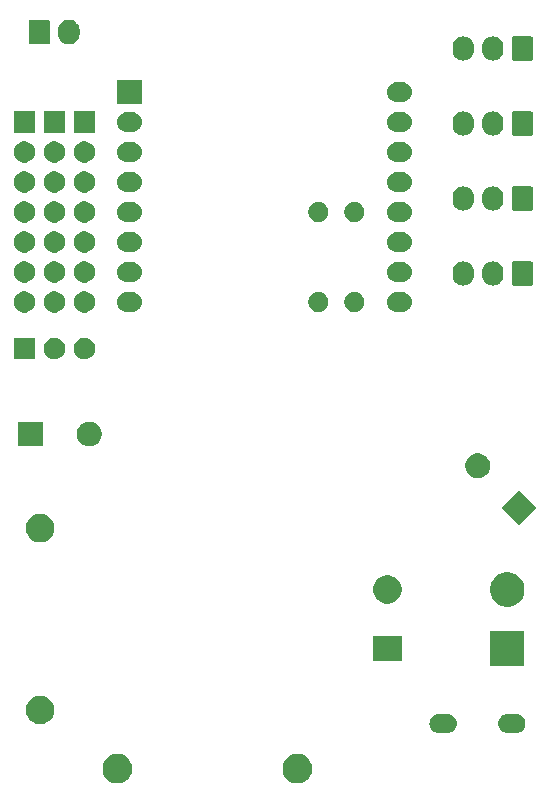
<source format=gbs>
G04 #@! TF.GenerationSoftware,KiCad,Pcbnew,5.1.5+dfsg1-2build2*
G04 #@! TF.CreationDate,2020-05-08T13:19:40+02:00*
G04 #@! TF.ProjectId,powered multisensor,706f7765-7265-4642-906d-756c74697365,rev?*
G04 #@! TF.SameCoordinates,Original*
G04 #@! TF.FileFunction,Soldermask,Bot*
G04 #@! TF.FilePolarity,Negative*
%FSLAX46Y46*%
G04 Gerber Fmt 4.6, Leading zero omitted, Abs format (unit mm)*
G04 Created by KiCad (PCBNEW 5.1.5+dfsg1-2build2) date 2020-05-08 13:19:40*
%MOMM*%
%LPD*%
G04 APERTURE LIST*
%ADD10C,0.100000*%
G04 APERTURE END LIST*
D10*
G36*
X79104903Y-87697075D02*
G01*
X79332571Y-87791378D01*
X79537466Y-87928285D01*
X79711715Y-88102534D01*
X79848622Y-88307429D01*
X79942925Y-88535097D01*
X79991000Y-88776787D01*
X79991000Y-89023213D01*
X79942925Y-89264903D01*
X79848622Y-89492571D01*
X79711715Y-89697466D01*
X79537466Y-89871715D01*
X79332571Y-90008622D01*
X79332570Y-90008623D01*
X79332569Y-90008623D01*
X79104903Y-90102925D01*
X78863214Y-90151000D01*
X78616786Y-90151000D01*
X78375097Y-90102925D01*
X78147431Y-90008623D01*
X78147430Y-90008623D01*
X78147429Y-90008622D01*
X77942534Y-89871715D01*
X77768285Y-89697466D01*
X77631378Y-89492571D01*
X77537075Y-89264903D01*
X77489000Y-89023213D01*
X77489000Y-88776787D01*
X77537075Y-88535097D01*
X77631378Y-88307429D01*
X77768285Y-88102534D01*
X77942534Y-87928285D01*
X78147429Y-87791378D01*
X78375097Y-87697075D01*
X78616786Y-87649000D01*
X78863214Y-87649000D01*
X79104903Y-87697075D01*
G37*
G36*
X63864903Y-87697075D02*
G01*
X64092571Y-87791378D01*
X64297466Y-87928285D01*
X64471715Y-88102534D01*
X64608622Y-88307429D01*
X64702925Y-88535097D01*
X64751000Y-88776787D01*
X64751000Y-89023213D01*
X64702925Y-89264903D01*
X64608622Y-89492571D01*
X64471715Y-89697466D01*
X64297466Y-89871715D01*
X64092571Y-90008622D01*
X64092570Y-90008623D01*
X64092569Y-90008623D01*
X63864903Y-90102925D01*
X63623214Y-90151000D01*
X63376786Y-90151000D01*
X63135097Y-90102925D01*
X62907431Y-90008623D01*
X62907430Y-90008623D01*
X62907429Y-90008622D01*
X62702534Y-89871715D01*
X62528285Y-89697466D01*
X62391378Y-89492571D01*
X62297075Y-89264903D01*
X62249000Y-89023213D01*
X62249000Y-88776787D01*
X62297075Y-88535097D01*
X62391378Y-88307429D01*
X62528285Y-88102534D01*
X62702534Y-87928285D01*
X62907429Y-87791378D01*
X63135097Y-87697075D01*
X63376786Y-87649000D01*
X63623214Y-87649000D01*
X63864903Y-87697075D01*
G37*
G36*
X91497747Y-84280921D02*
G01*
X91577376Y-84288764D01*
X91730627Y-84335252D01*
X91730630Y-84335253D01*
X91871863Y-84410744D01*
X91995659Y-84512341D01*
X92097256Y-84636137D01*
X92172747Y-84777370D01*
X92172748Y-84777373D01*
X92219236Y-84930624D01*
X92234933Y-85090000D01*
X92219236Y-85249376D01*
X92172748Y-85402627D01*
X92172747Y-85402630D01*
X92097256Y-85543863D01*
X91995659Y-85667659D01*
X91871863Y-85769256D01*
X91730630Y-85844747D01*
X91730627Y-85844748D01*
X91577376Y-85891236D01*
X91497747Y-85899079D01*
X91457934Y-85903000D01*
X90702066Y-85903000D01*
X90662253Y-85899079D01*
X90582624Y-85891236D01*
X90429373Y-85844748D01*
X90429370Y-85844747D01*
X90288137Y-85769256D01*
X90164341Y-85667659D01*
X90062744Y-85543863D01*
X89987253Y-85402630D01*
X89987252Y-85402627D01*
X89940764Y-85249376D01*
X89925067Y-85090000D01*
X89940764Y-84930624D01*
X89987252Y-84777373D01*
X89987253Y-84777370D01*
X90062744Y-84636137D01*
X90164341Y-84512341D01*
X90288137Y-84410744D01*
X90429370Y-84335253D01*
X90429373Y-84335252D01*
X90582624Y-84288764D01*
X90662253Y-84280921D01*
X90702066Y-84277000D01*
X91457934Y-84277000D01*
X91497747Y-84280921D01*
G37*
G36*
X97317747Y-84280921D02*
G01*
X97397376Y-84288764D01*
X97550627Y-84335252D01*
X97550630Y-84335253D01*
X97691863Y-84410744D01*
X97815659Y-84512341D01*
X97917256Y-84636137D01*
X97992747Y-84777370D01*
X97992748Y-84777373D01*
X98039236Y-84930624D01*
X98054933Y-85090000D01*
X98039236Y-85249376D01*
X97992748Y-85402627D01*
X97992747Y-85402630D01*
X97917256Y-85543863D01*
X97815659Y-85667659D01*
X97691863Y-85769256D01*
X97550630Y-85844747D01*
X97550627Y-85844748D01*
X97397376Y-85891236D01*
X97317747Y-85899079D01*
X97277934Y-85903000D01*
X96522066Y-85903000D01*
X96482253Y-85899079D01*
X96402624Y-85891236D01*
X96249373Y-85844748D01*
X96249370Y-85844747D01*
X96108137Y-85769256D01*
X95984341Y-85667659D01*
X95882744Y-85543863D01*
X95807253Y-85402630D01*
X95807252Y-85402627D01*
X95760764Y-85249376D01*
X95745067Y-85090000D01*
X95760764Y-84930624D01*
X95807252Y-84777373D01*
X95807253Y-84777370D01*
X95882744Y-84636137D01*
X95984341Y-84512341D01*
X96108137Y-84410744D01*
X96249370Y-84335253D01*
X96249373Y-84335252D01*
X96402624Y-84288764D01*
X96482253Y-84280921D01*
X96522066Y-84277000D01*
X97277934Y-84277000D01*
X97317747Y-84280921D01*
G37*
G36*
X57310318Y-82785153D02*
G01*
X57528885Y-82875687D01*
X57528887Y-82875688D01*
X57725593Y-83007122D01*
X57892878Y-83174407D01*
X58024312Y-83371113D01*
X58024313Y-83371115D01*
X58114847Y-83589682D01*
X58161000Y-83821710D01*
X58161000Y-84058290D01*
X58114847Y-84290318D01*
X58064964Y-84410745D01*
X58024312Y-84508887D01*
X57892878Y-84705593D01*
X57725593Y-84872878D01*
X57528887Y-85004312D01*
X57528886Y-85004313D01*
X57528885Y-85004313D01*
X57310318Y-85094847D01*
X57078290Y-85141000D01*
X56841710Y-85141000D01*
X56609682Y-85094847D01*
X56391115Y-85004313D01*
X56391114Y-85004313D01*
X56391113Y-85004312D01*
X56194407Y-84872878D01*
X56027122Y-84705593D01*
X55895688Y-84508887D01*
X55855036Y-84410745D01*
X55805153Y-84290318D01*
X55759000Y-84058290D01*
X55759000Y-83821710D01*
X55805153Y-83589682D01*
X55895687Y-83371115D01*
X55895688Y-83371113D01*
X56027122Y-83174407D01*
X56194407Y-83007122D01*
X56391113Y-82875688D01*
X56391115Y-82875687D01*
X56609682Y-82785153D01*
X56841710Y-82739000D01*
X57078290Y-82739000D01*
X57310318Y-82785153D01*
G37*
G36*
X97971000Y-80191000D02*
G01*
X95069000Y-80191000D01*
X95069000Y-77289000D01*
X97971000Y-77289000D01*
X97971000Y-80191000D01*
G37*
G36*
X87561000Y-79791000D02*
G01*
X85159000Y-79791000D01*
X85159000Y-77689000D01*
X87561000Y-77689000D01*
X87561000Y-79791000D01*
G37*
G36*
X96943241Y-72344760D02*
G01*
X97207305Y-72454139D01*
X97444958Y-72612934D01*
X97647066Y-72815042D01*
X97805861Y-73052695D01*
X97915240Y-73316759D01*
X97971000Y-73597088D01*
X97971000Y-73882912D01*
X97915240Y-74163241D01*
X97805861Y-74427305D01*
X97647066Y-74664958D01*
X97444958Y-74867066D01*
X97207305Y-75025861D01*
X96943241Y-75135240D01*
X96662912Y-75191000D01*
X96377088Y-75191000D01*
X96096759Y-75135240D01*
X95832695Y-75025861D01*
X95595042Y-74867066D01*
X95392934Y-74664958D01*
X95234139Y-74427305D01*
X95124760Y-74163241D01*
X95069000Y-73882912D01*
X95069000Y-73597088D01*
X95124760Y-73316759D01*
X95234139Y-73052695D01*
X95392934Y-72815042D01*
X95595042Y-72612934D01*
X95832695Y-72454139D01*
X96096759Y-72344760D01*
X96377088Y-72289000D01*
X96662912Y-72289000D01*
X96943241Y-72344760D01*
G37*
G36*
X86710318Y-72585153D02*
G01*
X86928885Y-72675687D01*
X86928887Y-72675688D01*
X87125593Y-72807122D01*
X87292878Y-72974407D01*
X87345187Y-73052694D01*
X87424313Y-73171115D01*
X87514847Y-73389682D01*
X87561000Y-73621710D01*
X87561000Y-73858290D01*
X87514847Y-74090318D01*
X87484641Y-74163241D01*
X87424312Y-74308887D01*
X87292878Y-74505593D01*
X87125593Y-74672878D01*
X86928887Y-74804312D01*
X86928886Y-74804313D01*
X86928885Y-74804313D01*
X86710318Y-74894847D01*
X86478290Y-74941000D01*
X86241710Y-74941000D01*
X86009682Y-74894847D01*
X85791115Y-74804313D01*
X85791114Y-74804313D01*
X85791113Y-74804312D01*
X85594407Y-74672878D01*
X85427122Y-74505593D01*
X85295688Y-74308887D01*
X85235359Y-74163241D01*
X85205153Y-74090318D01*
X85159000Y-73858290D01*
X85159000Y-73621710D01*
X85205153Y-73389682D01*
X85295687Y-73171115D01*
X85374813Y-73052694D01*
X85427122Y-72974407D01*
X85594407Y-72807122D01*
X85791113Y-72675688D01*
X85791115Y-72675687D01*
X86009682Y-72585153D01*
X86241710Y-72539000D01*
X86478290Y-72539000D01*
X86710318Y-72585153D01*
G37*
G36*
X57310318Y-67385153D02*
G01*
X57528885Y-67475687D01*
X57528887Y-67475688D01*
X57725593Y-67607122D01*
X57892878Y-67774407D01*
X58024312Y-67971113D01*
X58024313Y-67971115D01*
X58114847Y-68189682D01*
X58161000Y-68421710D01*
X58161000Y-68658290D01*
X58114847Y-68890318D01*
X58024313Y-69108885D01*
X58024312Y-69108887D01*
X57892878Y-69305593D01*
X57725593Y-69472878D01*
X57528887Y-69604312D01*
X57528886Y-69604313D01*
X57528885Y-69604313D01*
X57310318Y-69694847D01*
X57078290Y-69741000D01*
X56841710Y-69741000D01*
X56609682Y-69694847D01*
X56391115Y-69604313D01*
X56391114Y-69604313D01*
X56391113Y-69604312D01*
X56194407Y-69472878D01*
X56027122Y-69305593D01*
X55895688Y-69108887D01*
X55895687Y-69108885D01*
X55805153Y-68890318D01*
X55759000Y-68658290D01*
X55759000Y-68421710D01*
X55805153Y-68189682D01*
X55895687Y-67971115D01*
X55895688Y-67971113D01*
X56027122Y-67774407D01*
X56194407Y-67607122D01*
X56391113Y-67475688D01*
X56391115Y-67475687D01*
X56609682Y-67385153D01*
X56841710Y-67339000D01*
X57078290Y-67339000D01*
X57310318Y-67385153D01*
G37*
G36*
X99022338Y-66802000D02*
G01*
X97536000Y-68288338D01*
X96049662Y-66802000D01*
X97536000Y-65315662D01*
X99022338Y-66802000D01*
G37*
G36*
X94307030Y-62255855D02*
G01*
X94498299Y-62335081D01*
X94498301Y-62335082D01*
X94670439Y-62450101D01*
X94816831Y-62596493D01*
X94931851Y-62768633D01*
X95011077Y-62959902D01*
X95051466Y-63162950D01*
X95051466Y-63369982D01*
X95011077Y-63573030D01*
X94931851Y-63764299D01*
X94931850Y-63764301D01*
X94816831Y-63936439D01*
X94670439Y-64082831D01*
X94498301Y-64197850D01*
X94498300Y-64197851D01*
X94498299Y-64197851D01*
X94307030Y-64277077D01*
X94103982Y-64317466D01*
X93896950Y-64317466D01*
X93693902Y-64277077D01*
X93502633Y-64197851D01*
X93502632Y-64197851D01*
X93502631Y-64197850D01*
X93330493Y-64082831D01*
X93184101Y-63936439D01*
X93069082Y-63764301D01*
X93069081Y-63764299D01*
X92989855Y-63573030D01*
X92949466Y-63369982D01*
X92949466Y-63162950D01*
X92989855Y-62959902D01*
X93069081Y-62768633D01*
X93184101Y-62596493D01*
X93330493Y-62450101D01*
X93502631Y-62335082D01*
X93502633Y-62335081D01*
X93693902Y-62255855D01*
X93896950Y-62215466D01*
X94103982Y-62215466D01*
X94307030Y-62255855D01*
G37*
G36*
X57185000Y-61630000D02*
G01*
X55083000Y-61630000D01*
X55083000Y-59528000D01*
X57185000Y-59528000D01*
X57185000Y-61630000D01*
G37*
G36*
X61440564Y-59568389D02*
G01*
X61631833Y-59647615D01*
X61631835Y-59647616D01*
X61803973Y-59762635D01*
X61950365Y-59909027D01*
X62065385Y-60081167D01*
X62144611Y-60272436D01*
X62185000Y-60475484D01*
X62185000Y-60682516D01*
X62144611Y-60885564D01*
X62065385Y-61076833D01*
X62065384Y-61076835D01*
X61950365Y-61248973D01*
X61803973Y-61395365D01*
X61631835Y-61510384D01*
X61631834Y-61510385D01*
X61631833Y-61510385D01*
X61440564Y-61589611D01*
X61237516Y-61630000D01*
X61030484Y-61630000D01*
X60827436Y-61589611D01*
X60636167Y-61510385D01*
X60636166Y-61510385D01*
X60636165Y-61510384D01*
X60464027Y-61395365D01*
X60317635Y-61248973D01*
X60202616Y-61076835D01*
X60202615Y-61076833D01*
X60123389Y-60885564D01*
X60083000Y-60682516D01*
X60083000Y-60475484D01*
X60123389Y-60272436D01*
X60202615Y-60081167D01*
X60317635Y-59909027D01*
X60464027Y-59762635D01*
X60636165Y-59647616D01*
X60636167Y-59647615D01*
X60827436Y-59568389D01*
X61030484Y-59528000D01*
X61237516Y-59528000D01*
X61440564Y-59568389D01*
G37*
G36*
X60819512Y-52443927D02*
G01*
X60968812Y-52473624D01*
X61132784Y-52541544D01*
X61280354Y-52640147D01*
X61405853Y-52765646D01*
X61504456Y-52913216D01*
X61572376Y-53077188D01*
X61607000Y-53251259D01*
X61607000Y-53428741D01*
X61572376Y-53602812D01*
X61504456Y-53766784D01*
X61405853Y-53914354D01*
X61280354Y-54039853D01*
X61132784Y-54138456D01*
X60968812Y-54206376D01*
X60819512Y-54236073D01*
X60794742Y-54241000D01*
X60617258Y-54241000D01*
X60592488Y-54236073D01*
X60443188Y-54206376D01*
X60279216Y-54138456D01*
X60131646Y-54039853D01*
X60006147Y-53914354D01*
X59907544Y-53766784D01*
X59839624Y-53602812D01*
X59805000Y-53428741D01*
X59805000Y-53251259D01*
X59839624Y-53077188D01*
X59907544Y-52913216D01*
X60006147Y-52765646D01*
X60131646Y-52640147D01*
X60279216Y-52541544D01*
X60443188Y-52473624D01*
X60592488Y-52443927D01*
X60617258Y-52439000D01*
X60794742Y-52439000D01*
X60819512Y-52443927D01*
G37*
G36*
X58279512Y-52443927D02*
G01*
X58428812Y-52473624D01*
X58592784Y-52541544D01*
X58740354Y-52640147D01*
X58865853Y-52765646D01*
X58964456Y-52913216D01*
X59032376Y-53077188D01*
X59067000Y-53251259D01*
X59067000Y-53428741D01*
X59032376Y-53602812D01*
X58964456Y-53766784D01*
X58865853Y-53914354D01*
X58740354Y-54039853D01*
X58592784Y-54138456D01*
X58428812Y-54206376D01*
X58279512Y-54236073D01*
X58254742Y-54241000D01*
X58077258Y-54241000D01*
X58052488Y-54236073D01*
X57903188Y-54206376D01*
X57739216Y-54138456D01*
X57591646Y-54039853D01*
X57466147Y-53914354D01*
X57367544Y-53766784D01*
X57299624Y-53602812D01*
X57265000Y-53428741D01*
X57265000Y-53251259D01*
X57299624Y-53077188D01*
X57367544Y-52913216D01*
X57466147Y-52765646D01*
X57591646Y-52640147D01*
X57739216Y-52541544D01*
X57903188Y-52473624D01*
X58052488Y-52443927D01*
X58077258Y-52439000D01*
X58254742Y-52439000D01*
X58279512Y-52443927D01*
G37*
G36*
X56527000Y-54241000D02*
G01*
X54725000Y-54241000D01*
X54725000Y-52439000D01*
X56527000Y-52439000D01*
X56527000Y-54241000D01*
G37*
G36*
X55739512Y-48506927D02*
G01*
X55888812Y-48536624D01*
X56052784Y-48604544D01*
X56200354Y-48703147D01*
X56325853Y-48828646D01*
X56424456Y-48976216D01*
X56492376Y-49140188D01*
X56527000Y-49314259D01*
X56527000Y-49491741D01*
X56492376Y-49665812D01*
X56424456Y-49829784D01*
X56325853Y-49977354D01*
X56200354Y-50102853D01*
X56052784Y-50201456D01*
X55888812Y-50269376D01*
X55739512Y-50299073D01*
X55714742Y-50304000D01*
X55537258Y-50304000D01*
X55512488Y-50299073D01*
X55363188Y-50269376D01*
X55199216Y-50201456D01*
X55051646Y-50102853D01*
X54926147Y-49977354D01*
X54827544Y-49829784D01*
X54759624Y-49665812D01*
X54725000Y-49491741D01*
X54725000Y-49314259D01*
X54759624Y-49140188D01*
X54827544Y-48976216D01*
X54926147Y-48828646D01*
X55051646Y-48703147D01*
X55199216Y-48604544D01*
X55363188Y-48536624D01*
X55512488Y-48506927D01*
X55537258Y-48502000D01*
X55714742Y-48502000D01*
X55739512Y-48506927D01*
G37*
G36*
X60819512Y-48506927D02*
G01*
X60968812Y-48536624D01*
X61132784Y-48604544D01*
X61280354Y-48703147D01*
X61405853Y-48828646D01*
X61504456Y-48976216D01*
X61572376Y-49140188D01*
X61607000Y-49314259D01*
X61607000Y-49491741D01*
X61572376Y-49665812D01*
X61504456Y-49829784D01*
X61405853Y-49977354D01*
X61280354Y-50102853D01*
X61132784Y-50201456D01*
X60968812Y-50269376D01*
X60819512Y-50299073D01*
X60794742Y-50304000D01*
X60617258Y-50304000D01*
X60592488Y-50299073D01*
X60443188Y-50269376D01*
X60279216Y-50201456D01*
X60131646Y-50102853D01*
X60006147Y-49977354D01*
X59907544Y-49829784D01*
X59839624Y-49665812D01*
X59805000Y-49491741D01*
X59805000Y-49314259D01*
X59839624Y-49140188D01*
X59907544Y-48976216D01*
X60006147Y-48828646D01*
X60131646Y-48703147D01*
X60279216Y-48604544D01*
X60443188Y-48536624D01*
X60592488Y-48506927D01*
X60617258Y-48502000D01*
X60794742Y-48502000D01*
X60819512Y-48506927D01*
G37*
G36*
X58279512Y-48506927D02*
G01*
X58428812Y-48536624D01*
X58592784Y-48604544D01*
X58740354Y-48703147D01*
X58865853Y-48828646D01*
X58964456Y-48976216D01*
X59032376Y-49140188D01*
X59067000Y-49314259D01*
X59067000Y-49491741D01*
X59032376Y-49665812D01*
X58964456Y-49829784D01*
X58865853Y-49977354D01*
X58740354Y-50102853D01*
X58592784Y-50201456D01*
X58428812Y-50269376D01*
X58279512Y-50299073D01*
X58254742Y-50304000D01*
X58077258Y-50304000D01*
X58052488Y-50299073D01*
X57903188Y-50269376D01*
X57739216Y-50201456D01*
X57591646Y-50102853D01*
X57466147Y-49977354D01*
X57367544Y-49829784D01*
X57299624Y-49665812D01*
X57265000Y-49491741D01*
X57265000Y-49314259D01*
X57299624Y-49140188D01*
X57367544Y-48976216D01*
X57466147Y-48828646D01*
X57591646Y-48703147D01*
X57739216Y-48604544D01*
X57903188Y-48536624D01*
X58052488Y-48506927D01*
X58077258Y-48502000D01*
X58254742Y-48502000D01*
X58279512Y-48506927D01*
G37*
G36*
X64882823Y-48564313D02*
G01*
X65043242Y-48612976D01*
X65110361Y-48648852D01*
X65191078Y-48691996D01*
X65320659Y-48798341D01*
X65427004Y-48927922D01*
X65427005Y-48927924D01*
X65506024Y-49075758D01*
X65554687Y-49236177D01*
X65571117Y-49403000D01*
X65554687Y-49569823D01*
X65506024Y-49730242D01*
X65435114Y-49862906D01*
X65427004Y-49878078D01*
X65320659Y-50007659D01*
X65191078Y-50114004D01*
X65191076Y-50114005D01*
X65043242Y-50193024D01*
X64882823Y-50241687D01*
X64757804Y-50254000D01*
X64274196Y-50254000D01*
X64149177Y-50241687D01*
X63988758Y-50193024D01*
X63840924Y-50114005D01*
X63840922Y-50114004D01*
X63711341Y-50007659D01*
X63604996Y-49878078D01*
X63596886Y-49862906D01*
X63525976Y-49730242D01*
X63477313Y-49569823D01*
X63460883Y-49403000D01*
X63477313Y-49236177D01*
X63525976Y-49075758D01*
X63604995Y-48927924D01*
X63604996Y-48927922D01*
X63711341Y-48798341D01*
X63840922Y-48691996D01*
X63921639Y-48648852D01*
X63988758Y-48612976D01*
X64149177Y-48564313D01*
X64274196Y-48552000D01*
X64757804Y-48552000D01*
X64882823Y-48564313D01*
G37*
G36*
X83814228Y-48584703D02*
G01*
X83969100Y-48648853D01*
X84108481Y-48741985D01*
X84227015Y-48860519D01*
X84320147Y-48999900D01*
X84384297Y-49154772D01*
X84417000Y-49319184D01*
X84417000Y-49486816D01*
X84384297Y-49651228D01*
X84320147Y-49806100D01*
X84227015Y-49945481D01*
X84108481Y-50064015D01*
X83969100Y-50157147D01*
X83814228Y-50221297D01*
X83649816Y-50254000D01*
X83482184Y-50254000D01*
X83317772Y-50221297D01*
X83162900Y-50157147D01*
X83023519Y-50064015D01*
X82904985Y-49945481D01*
X82811853Y-49806100D01*
X82747703Y-49651228D01*
X82715000Y-49486816D01*
X82715000Y-49319184D01*
X82747703Y-49154772D01*
X82811853Y-48999900D01*
X82904985Y-48860519D01*
X83023519Y-48741985D01*
X83162900Y-48648853D01*
X83317772Y-48584703D01*
X83482184Y-48552000D01*
X83649816Y-48552000D01*
X83814228Y-48584703D01*
G37*
G36*
X80766228Y-48584703D02*
G01*
X80921100Y-48648853D01*
X81060481Y-48741985D01*
X81179015Y-48860519D01*
X81272147Y-48999900D01*
X81336297Y-49154772D01*
X81369000Y-49319184D01*
X81369000Y-49486816D01*
X81336297Y-49651228D01*
X81272147Y-49806100D01*
X81179015Y-49945481D01*
X81060481Y-50064015D01*
X80921100Y-50157147D01*
X80766228Y-50221297D01*
X80601816Y-50254000D01*
X80434184Y-50254000D01*
X80269772Y-50221297D01*
X80114900Y-50157147D01*
X79975519Y-50064015D01*
X79856985Y-49945481D01*
X79763853Y-49806100D01*
X79699703Y-49651228D01*
X79667000Y-49486816D01*
X79667000Y-49319184D01*
X79699703Y-49154772D01*
X79763853Y-48999900D01*
X79856985Y-48860519D01*
X79975519Y-48741985D01*
X80114900Y-48648853D01*
X80269772Y-48584703D01*
X80434184Y-48552000D01*
X80601816Y-48552000D01*
X80766228Y-48584703D01*
G37*
G36*
X87742823Y-48564313D02*
G01*
X87903242Y-48612976D01*
X87970361Y-48648852D01*
X88051078Y-48691996D01*
X88180659Y-48798341D01*
X88287004Y-48927922D01*
X88287005Y-48927924D01*
X88366024Y-49075758D01*
X88414687Y-49236177D01*
X88431117Y-49403000D01*
X88414687Y-49569823D01*
X88366024Y-49730242D01*
X88295114Y-49862906D01*
X88287004Y-49878078D01*
X88180659Y-50007659D01*
X88051078Y-50114004D01*
X88051076Y-50114005D01*
X87903242Y-50193024D01*
X87742823Y-50241687D01*
X87617804Y-50254000D01*
X87134196Y-50254000D01*
X87009177Y-50241687D01*
X86848758Y-50193024D01*
X86700924Y-50114005D01*
X86700922Y-50114004D01*
X86571341Y-50007659D01*
X86464996Y-49878078D01*
X86456886Y-49862906D01*
X86385976Y-49730242D01*
X86337313Y-49569823D01*
X86320883Y-49403000D01*
X86337313Y-49236177D01*
X86385976Y-49075758D01*
X86464995Y-48927924D01*
X86464996Y-48927922D01*
X86571341Y-48798341D01*
X86700922Y-48691996D01*
X86781639Y-48648852D01*
X86848758Y-48612976D01*
X87009177Y-48564313D01*
X87134196Y-48552000D01*
X87617804Y-48552000D01*
X87742823Y-48564313D01*
G37*
G36*
X92966627Y-45977037D02*
G01*
X93136466Y-46028557D01*
X93292991Y-46112222D01*
X93328729Y-46141552D01*
X93430186Y-46224814D01*
X93513448Y-46326271D01*
X93542778Y-46362009D01*
X93626443Y-46518534D01*
X93677963Y-46688374D01*
X93691000Y-46820743D01*
X93691000Y-47159258D01*
X93677963Y-47291627D01*
X93626443Y-47461466D01*
X93542778Y-47617991D01*
X93514027Y-47653024D01*
X93430186Y-47755186D01*
X93292989Y-47867779D01*
X93136467Y-47951442D01*
X93136465Y-47951443D01*
X92966626Y-48002963D01*
X92790000Y-48020359D01*
X92613373Y-48002963D01*
X92443534Y-47951443D01*
X92287009Y-47867778D01*
X92244750Y-47833097D01*
X92149814Y-47755186D01*
X92037221Y-47617989D01*
X91953558Y-47461467D01*
X91946243Y-47437353D01*
X91902037Y-47291626D01*
X91889000Y-47159257D01*
X91889000Y-46820742D01*
X91902037Y-46688373D01*
X91953557Y-46518534D01*
X92037222Y-46362009D01*
X92149815Y-46224815D01*
X92287010Y-46112222D01*
X92443535Y-46028557D01*
X92613374Y-45977037D01*
X92790000Y-45959641D01*
X92966627Y-45977037D01*
G37*
G36*
X95466627Y-45977037D02*
G01*
X95636466Y-46028557D01*
X95792991Y-46112222D01*
X95828729Y-46141552D01*
X95930186Y-46224814D01*
X96013448Y-46326271D01*
X96042778Y-46362009D01*
X96126443Y-46518534D01*
X96177963Y-46688374D01*
X96191000Y-46820743D01*
X96191000Y-47159258D01*
X96177963Y-47291627D01*
X96126443Y-47461466D01*
X96042778Y-47617991D01*
X96014027Y-47653024D01*
X95930186Y-47755186D01*
X95792989Y-47867779D01*
X95636467Y-47951442D01*
X95636465Y-47951443D01*
X95466626Y-48002963D01*
X95290000Y-48020359D01*
X95113373Y-48002963D01*
X94943534Y-47951443D01*
X94787009Y-47867778D01*
X94744750Y-47833097D01*
X94649814Y-47755186D01*
X94537221Y-47617989D01*
X94453558Y-47461467D01*
X94446243Y-47437353D01*
X94402037Y-47291626D01*
X94389000Y-47159257D01*
X94389000Y-46820742D01*
X94402037Y-46688373D01*
X94453557Y-46518534D01*
X94537222Y-46362009D01*
X94649815Y-46224815D01*
X94787010Y-46112222D01*
X94943535Y-46028557D01*
X95113374Y-45977037D01*
X95290000Y-45959641D01*
X95466627Y-45977037D01*
G37*
G36*
X98548600Y-45967989D02*
G01*
X98581652Y-45978015D01*
X98612103Y-45994292D01*
X98638799Y-46016201D01*
X98660708Y-46042897D01*
X98676985Y-46073348D01*
X98687011Y-46106400D01*
X98691000Y-46146903D01*
X98691000Y-47833097D01*
X98687011Y-47873600D01*
X98676985Y-47906652D01*
X98660708Y-47937103D01*
X98638799Y-47963799D01*
X98612103Y-47985708D01*
X98581652Y-48001985D01*
X98548600Y-48012011D01*
X98508097Y-48016000D01*
X97071903Y-48016000D01*
X97031400Y-48012011D01*
X96998348Y-48001985D01*
X96967897Y-47985708D01*
X96941201Y-47963799D01*
X96919292Y-47937103D01*
X96903015Y-47906652D01*
X96892989Y-47873600D01*
X96889000Y-47833097D01*
X96889000Y-46146903D01*
X96892989Y-46106400D01*
X96903015Y-46073348D01*
X96919292Y-46042897D01*
X96941201Y-46016201D01*
X96967897Y-45994292D01*
X96998348Y-45978015D01*
X97031400Y-45967989D01*
X97071903Y-45964000D01*
X98508097Y-45964000D01*
X98548600Y-45967989D01*
G37*
G36*
X55739512Y-45966927D02*
G01*
X55888812Y-45996624D01*
X56052784Y-46064544D01*
X56200354Y-46163147D01*
X56325853Y-46288646D01*
X56424456Y-46436216D01*
X56492376Y-46600188D01*
X56527000Y-46774259D01*
X56527000Y-46951741D01*
X56492376Y-47125812D01*
X56424456Y-47289784D01*
X56325853Y-47437354D01*
X56200354Y-47562853D01*
X56052784Y-47661456D01*
X55888812Y-47729376D01*
X55739512Y-47759073D01*
X55714742Y-47764000D01*
X55537258Y-47764000D01*
X55512488Y-47759073D01*
X55363188Y-47729376D01*
X55199216Y-47661456D01*
X55051646Y-47562853D01*
X54926147Y-47437354D01*
X54827544Y-47289784D01*
X54759624Y-47125812D01*
X54725000Y-46951741D01*
X54725000Y-46774259D01*
X54759624Y-46600188D01*
X54827544Y-46436216D01*
X54926147Y-46288646D01*
X55051646Y-46163147D01*
X55199216Y-46064544D01*
X55363188Y-45996624D01*
X55512488Y-45966927D01*
X55537258Y-45962000D01*
X55714742Y-45962000D01*
X55739512Y-45966927D01*
G37*
G36*
X60819512Y-45966927D02*
G01*
X60968812Y-45996624D01*
X61132784Y-46064544D01*
X61280354Y-46163147D01*
X61405853Y-46288646D01*
X61504456Y-46436216D01*
X61572376Y-46600188D01*
X61607000Y-46774259D01*
X61607000Y-46951741D01*
X61572376Y-47125812D01*
X61504456Y-47289784D01*
X61405853Y-47437354D01*
X61280354Y-47562853D01*
X61132784Y-47661456D01*
X60968812Y-47729376D01*
X60819512Y-47759073D01*
X60794742Y-47764000D01*
X60617258Y-47764000D01*
X60592488Y-47759073D01*
X60443188Y-47729376D01*
X60279216Y-47661456D01*
X60131646Y-47562853D01*
X60006147Y-47437354D01*
X59907544Y-47289784D01*
X59839624Y-47125812D01*
X59805000Y-46951741D01*
X59805000Y-46774259D01*
X59839624Y-46600188D01*
X59907544Y-46436216D01*
X60006147Y-46288646D01*
X60131646Y-46163147D01*
X60279216Y-46064544D01*
X60443188Y-45996624D01*
X60592488Y-45966927D01*
X60617258Y-45962000D01*
X60794742Y-45962000D01*
X60819512Y-45966927D01*
G37*
G36*
X58279512Y-45966927D02*
G01*
X58428812Y-45996624D01*
X58592784Y-46064544D01*
X58740354Y-46163147D01*
X58865853Y-46288646D01*
X58964456Y-46436216D01*
X59032376Y-46600188D01*
X59067000Y-46774259D01*
X59067000Y-46951741D01*
X59032376Y-47125812D01*
X58964456Y-47289784D01*
X58865853Y-47437354D01*
X58740354Y-47562853D01*
X58592784Y-47661456D01*
X58428812Y-47729376D01*
X58279512Y-47759073D01*
X58254742Y-47764000D01*
X58077258Y-47764000D01*
X58052488Y-47759073D01*
X57903188Y-47729376D01*
X57739216Y-47661456D01*
X57591646Y-47562853D01*
X57466147Y-47437354D01*
X57367544Y-47289784D01*
X57299624Y-47125812D01*
X57265000Y-46951741D01*
X57265000Y-46774259D01*
X57299624Y-46600188D01*
X57367544Y-46436216D01*
X57466147Y-46288646D01*
X57591646Y-46163147D01*
X57739216Y-46064544D01*
X57903188Y-45996624D01*
X58052488Y-45966927D01*
X58077258Y-45962000D01*
X58254742Y-45962000D01*
X58279512Y-45966927D01*
G37*
G36*
X87742823Y-46024313D02*
G01*
X87903242Y-46072976D01*
X88035906Y-46143886D01*
X88051078Y-46151996D01*
X88180659Y-46258341D01*
X88287004Y-46387922D01*
X88287005Y-46387924D01*
X88366024Y-46535758D01*
X88414687Y-46696177D01*
X88431117Y-46863000D01*
X88414687Y-47029823D01*
X88366024Y-47190242D01*
X88295114Y-47322906D01*
X88287004Y-47338078D01*
X88180659Y-47467659D01*
X88051078Y-47574004D01*
X88051076Y-47574005D01*
X87903242Y-47653024D01*
X87742823Y-47701687D01*
X87617804Y-47714000D01*
X87134196Y-47714000D01*
X87009177Y-47701687D01*
X86848758Y-47653024D01*
X86700924Y-47574005D01*
X86700922Y-47574004D01*
X86571341Y-47467659D01*
X86464996Y-47338078D01*
X86456886Y-47322906D01*
X86385976Y-47190242D01*
X86337313Y-47029823D01*
X86320883Y-46863000D01*
X86337313Y-46696177D01*
X86385976Y-46535758D01*
X86464995Y-46387924D01*
X86464996Y-46387922D01*
X86571341Y-46258341D01*
X86700922Y-46151996D01*
X86716094Y-46143886D01*
X86848758Y-46072976D01*
X87009177Y-46024313D01*
X87134196Y-46012000D01*
X87617804Y-46012000D01*
X87742823Y-46024313D01*
G37*
G36*
X64882823Y-46024313D02*
G01*
X65043242Y-46072976D01*
X65175906Y-46143886D01*
X65191078Y-46151996D01*
X65320659Y-46258341D01*
X65427004Y-46387922D01*
X65427005Y-46387924D01*
X65506024Y-46535758D01*
X65554687Y-46696177D01*
X65571117Y-46863000D01*
X65554687Y-47029823D01*
X65506024Y-47190242D01*
X65435114Y-47322906D01*
X65427004Y-47338078D01*
X65320659Y-47467659D01*
X65191078Y-47574004D01*
X65191076Y-47574005D01*
X65043242Y-47653024D01*
X64882823Y-47701687D01*
X64757804Y-47714000D01*
X64274196Y-47714000D01*
X64149177Y-47701687D01*
X63988758Y-47653024D01*
X63840924Y-47574005D01*
X63840922Y-47574004D01*
X63711341Y-47467659D01*
X63604996Y-47338078D01*
X63596886Y-47322906D01*
X63525976Y-47190242D01*
X63477313Y-47029823D01*
X63460883Y-46863000D01*
X63477313Y-46696177D01*
X63525976Y-46535758D01*
X63604995Y-46387924D01*
X63604996Y-46387922D01*
X63711341Y-46258341D01*
X63840922Y-46151996D01*
X63856094Y-46143886D01*
X63988758Y-46072976D01*
X64149177Y-46024313D01*
X64274196Y-46012000D01*
X64757804Y-46012000D01*
X64882823Y-46024313D01*
G37*
G36*
X55739512Y-43426927D02*
G01*
X55888812Y-43456624D01*
X56052784Y-43524544D01*
X56200354Y-43623147D01*
X56325853Y-43748646D01*
X56424456Y-43896216D01*
X56492376Y-44060188D01*
X56527000Y-44234259D01*
X56527000Y-44411741D01*
X56492376Y-44585812D01*
X56424456Y-44749784D01*
X56325853Y-44897354D01*
X56200354Y-45022853D01*
X56052784Y-45121456D01*
X55888812Y-45189376D01*
X55739512Y-45219073D01*
X55714742Y-45224000D01*
X55537258Y-45224000D01*
X55512488Y-45219073D01*
X55363188Y-45189376D01*
X55199216Y-45121456D01*
X55051646Y-45022853D01*
X54926147Y-44897354D01*
X54827544Y-44749784D01*
X54759624Y-44585812D01*
X54725000Y-44411741D01*
X54725000Y-44234259D01*
X54759624Y-44060188D01*
X54827544Y-43896216D01*
X54926147Y-43748646D01*
X55051646Y-43623147D01*
X55199216Y-43524544D01*
X55363188Y-43456624D01*
X55512488Y-43426927D01*
X55537258Y-43422000D01*
X55714742Y-43422000D01*
X55739512Y-43426927D01*
G37*
G36*
X60819512Y-43426927D02*
G01*
X60968812Y-43456624D01*
X61132784Y-43524544D01*
X61280354Y-43623147D01*
X61405853Y-43748646D01*
X61504456Y-43896216D01*
X61572376Y-44060188D01*
X61607000Y-44234259D01*
X61607000Y-44411741D01*
X61572376Y-44585812D01*
X61504456Y-44749784D01*
X61405853Y-44897354D01*
X61280354Y-45022853D01*
X61132784Y-45121456D01*
X60968812Y-45189376D01*
X60819512Y-45219073D01*
X60794742Y-45224000D01*
X60617258Y-45224000D01*
X60592488Y-45219073D01*
X60443188Y-45189376D01*
X60279216Y-45121456D01*
X60131646Y-45022853D01*
X60006147Y-44897354D01*
X59907544Y-44749784D01*
X59839624Y-44585812D01*
X59805000Y-44411741D01*
X59805000Y-44234259D01*
X59839624Y-44060188D01*
X59907544Y-43896216D01*
X60006147Y-43748646D01*
X60131646Y-43623147D01*
X60279216Y-43524544D01*
X60443188Y-43456624D01*
X60592488Y-43426927D01*
X60617258Y-43422000D01*
X60794742Y-43422000D01*
X60819512Y-43426927D01*
G37*
G36*
X58279512Y-43426927D02*
G01*
X58428812Y-43456624D01*
X58592784Y-43524544D01*
X58740354Y-43623147D01*
X58865853Y-43748646D01*
X58964456Y-43896216D01*
X59032376Y-44060188D01*
X59067000Y-44234259D01*
X59067000Y-44411741D01*
X59032376Y-44585812D01*
X58964456Y-44749784D01*
X58865853Y-44897354D01*
X58740354Y-45022853D01*
X58592784Y-45121456D01*
X58428812Y-45189376D01*
X58279512Y-45219073D01*
X58254742Y-45224000D01*
X58077258Y-45224000D01*
X58052488Y-45219073D01*
X57903188Y-45189376D01*
X57739216Y-45121456D01*
X57591646Y-45022853D01*
X57466147Y-44897354D01*
X57367544Y-44749784D01*
X57299624Y-44585812D01*
X57265000Y-44411741D01*
X57265000Y-44234259D01*
X57299624Y-44060188D01*
X57367544Y-43896216D01*
X57466147Y-43748646D01*
X57591646Y-43623147D01*
X57739216Y-43524544D01*
X57903188Y-43456624D01*
X58052488Y-43426927D01*
X58077258Y-43422000D01*
X58254742Y-43422000D01*
X58279512Y-43426927D01*
G37*
G36*
X64882823Y-43484313D02*
G01*
X65043242Y-43532976D01*
X65175906Y-43603886D01*
X65191078Y-43611996D01*
X65320659Y-43718341D01*
X65427004Y-43847922D01*
X65427005Y-43847924D01*
X65506024Y-43995758D01*
X65554687Y-44156177D01*
X65571117Y-44323000D01*
X65554687Y-44489823D01*
X65506024Y-44650242D01*
X65435114Y-44782906D01*
X65427004Y-44798078D01*
X65320659Y-44927659D01*
X65191078Y-45034004D01*
X65191076Y-45034005D01*
X65043242Y-45113024D01*
X64882823Y-45161687D01*
X64757804Y-45174000D01*
X64274196Y-45174000D01*
X64149177Y-45161687D01*
X63988758Y-45113024D01*
X63840924Y-45034005D01*
X63840922Y-45034004D01*
X63711341Y-44927659D01*
X63604996Y-44798078D01*
X63596886Y-44782906D01*
X63525976Y-44650242D01*
X63477313Y-44489823D01*
X63460883Y-44323000D01*
X63477313Y-44156177D01*
X63525976Y-43995758D01*
X63604995Y-43847924D01*
X63604996Y-43847922D01*
X63711341Y-43718341D01*
X63840922Y-43611996D01*
X63856094Y-43603886D01*
X63988758Y-43532976D01*
X64149177Y-43484313D01*
X64274196Y-43472000D01*
X64757804Y-43472000D01*
X64882823Y-43484313D01*
G37*
G36*
X87742823Y-43484313D02*
G01*
X87903242Y-43532976D01*
X88035906Y-43603886D01*
X88051078Y-43611996D01*
X88180659Y-43718341D01*
X88287004Y-43847922D01*
X88287005Y-43847924D01*
X88366024Y-43995758D01*
X88414687Y-44156177D01*
X88431117Y-44323000D01*
X88414687Y-44489823D01*
X88366024Y-44650242D01*
X88295114Y-44782906D01*
X88287004Y-44798078D01*
X88180659Y-44927659D01*
X88051078Y-45034004D01*
X88051076Y-45034005D01*
X87903242Y-45113024D01*
X87742823Y-45161687D01*
X87617804Y-45174000D01*
X87134196Y-45174000D01*
X87009177Y-45161687D01*
X86848758Y-45113024D01*
X86700924Y-45034005D01*
X86700922Y-45034004D01*
X86571341Y-44927659D01*
X86464996Y-44798078D01*
X86456886Y-44782906D01*
X86385976Y-44650242D01*
X86337313Y-44489823D01*
X86320883Y-44323000D01*
X86337313Y-44156177D01*
X86385976Y-43995758D01*
X86464995Y-43847924D01*
X86464996Y-43847922D01*
X86571341Y-43718341D01*
X86700922Y-43611996D01*
X86716094Y-43603886D01*
X86848758Y-43532976D01*
X87009177Y-43484313D01*
X87134196Y-43472000D01*
X87617804Y-43472000D01*
X87742823Y-43484313D01*
G37*
G36*
X55739512Y-40886927D02*
G01*
X55888812Y-40916624D01*
X56052784Y-40984544D01*
X56200354Y-41083147D01*
X56325853Y-41208646D01*
X56424456Y-41356216D01*
X56492376Y-41520188D01*
X56527000Y-41694259D01*
X56527000Y-41871741D01*
X56492376Y-42045812D01*
X56424456Y-42209784D01*
X56325853Y-42357354D01*
X56200354Y-42482853D01*
X56052784Y-42581456D01*
X55888812Y-42649376D01*
X55739512Y-42679073D01*
X55714742Y-42684000D01*
X55537258Y-42684000D01*
X55512488Y-42679073D01*
X55363188Y-42649376D01*
X55199216Y-42581456D01*
X55051646Y-42482853D01*
X54926147Y-42357354D01*
X54827544Y-42209784D01*
X54759624Y-42045812D01*
X54725000Y-41871741D01*
X54725000Y-41694259D01*
X54759624Y-41520188D01*
X54827544Y-41356216D01*
X54926147Y-41208646D01*
X55051646Y-41083147D01*
X55199216Y-40984544D01*
X55363188Y-40916624D01*
X55512488Y-40886927D01*
X55537258Y-40882000D01*
X55714742Y-40882000D01*
X55739512Y-40886927D01*
G37*
G36*
X60819512Y-40886927D02*
G01*
X60968812Y-40916624D01*
X61132784Y-40984544D01*
X61280354Y-41083147D01*
X61405853Y-41208646D01*
X61504456Y-41356216D01*
X61572376Y-41520188D01*
X61607000Y-41694259D01*
X61607000Y-41871741D01*
X61572376Y-42045812D01*
X61504456Y-42209784D01*
X61405853Y-42357354D01*
X61280354Y-42482853D01*
X61132784Y-42581456D01*
X60968812Y-42649376D01*
X60819512Y-42679073D01*
X60794742Y-42684000D01*
X60617258Y-42684000D01*
X60592488Y-42679073D01*
X60443188Y-42649376D01*
X60279216Y-42581456D01*
X60131646Y-42482853D01*
X60006147Y-42357354D01*
X59907544Y-42209784D01*
X59839624Y-42045812D01*
X59805000Y-41871741D01*
X59805000Y-41694259D01*
X59839624Y-41520188D01*
X59907544Y-41356216D01*
X60006147Y-41208646D01*
X60131646Y-41083147D01*
X60279216Y-40984544D01*
X60443188Y-40916624D01*
X60592488Y-40886927D01*
X60617258Y-40882000D01*
X60794742Y-40882000D01*
X60819512Y-40886927D01*
G37*
G36*
X58279512Y-40886927D02*
G01*
X58428812Y-40916624D01*
X58592784Y-40984544D01*
X58740354Y-41083147D01*
X58865853Y-41208646D01*
X58964456Y-41356216D01*
X59032376Y-41520188D01*
X59067000Y-41694259D01*
X59067000Y-41871741D01*
X59032376Y-42045812D01*
X58964456Y-42209784D01*
X58865853Y-42357354D01*
X58740354Y-42482853D01*
X58592784Y-42581456D01*
X58428812Y-42649376D01*
X58279512Y-42679073D01*
X58254742Y-42684000D01*
X58077258Y-42684000D01*
X58052488Y-42679073D01*
X57903188Y-42649376D01*
X57739216Y-42581456D01*
X57591646Y-42482853D01*
X57466147Y-42357354D01*
X57367544Y-42209784D01*
X57299624Y-42045812D01*
X57265000Y-41871741D01*
X57265000Y-41694259D01*
X57299624Y-41520188D01*
X57367544Y-41356216D01*
X57466147Y-41208646D01*
X57591646Y-41083147D01*
X57739216Y-40984544D01*
X57903188Y-40916624D01*
X58052488Y-40886927D01*
X58077258Y-40882000D01*
X58254742Y-40882000D01*
X58279512Y-40886927D01*
G37*
G36*
X83814228Y-40964703D02*
G01*
X83969100Y-41028853D01*
X84108481Y-41121985D01*
X84227015Y-41240519D01*
X84320147Y-41379900D01*
X84384297Y-41534772D01*
X84417000Y-41699184D01*
X84417000Y-41866816D01*
X84384297Y-42031228D01*
X84320147Y-42186100D01*
X84227015Y-42325481D01*
X84108481Y-42444015D01*
X83969100Y-42537147D01*
X83814228Y-42601297D01*
X83649816Y-42634000D01*
X83482184Y-42634000D01*
X83317772Y-42601297D01*
X83162900Y-42537147D01*
X83023519Y-42444015D01*
X82904985Y-42325481D01*
X82811853Y-42186100D01*
X82747703Y-42031228D01*
X82715000Y-41866816D01*
X82715000Y-41699184D01*
X82747703Y-41534772D01*
X82811853Y-41379900D01*
X82904985Y-41240519D01*
X83023519Y-41121985D01*
X83162900Y-41028853D01*
X83317772Y-40964703D01*
X83482184Y-40932000D01*
X83649816Y-40932000D01*
X83814228Y-40964703D01*
G37*
G36*
X87742823Y-40944313D02*
G01*
X87903242Y-40992976D01*
X87970361Y-41028852D01*
X88051078Y-41071996D01*
X88180659Y-41178341D01*
X88287004Y-41307922D01*
X88287005Y-41307924D01*
X88366024Y-41455758D01*
X88414687Y-41616177D01*
X88431117Y-41783000D01*
X88414687Y-41949823D01*
X88366024Y-42110242D01*
X88295114Y-42242906D01*
X88287004Y-42258078D01*
X88180659Y-42387659D01*
X88051078Y-42494004D01*
X88051076Y-42494005D01*
X87903242Y-42573024D01*
X87742823Y-42621687D01*
X87617804Y-42634000D01*
X87134196Y-42634000D01*
X87009177Y-42621687D01*
X86848758Y-42573024D01*
X86700924Y-42494005D01*
X86700922Y-42494004D01*
X86571341Y-42387659D01*
X86464996Y-42258078D01*
X86456886Y-42242906D01*
X86385976Y-42110242D01*
X86337313Y-41949823D01*
X86320883Y-41783000D01*
X86337313Y-41616177D01*
X86385976Y-41455758D01*
X86464995Y-41307924D01*
X86464996Y-41307922D01*
X86571341Y-41178341D01*
X86700922Y-41071996D01*
X86781639Y-41028852D01*
X86848758Y-40992976D01*
X87009177Y-40944313D01*
X87134196Y-40932000D01*
X87617804Y-40932000D01*
X87742823Y-40944313D01*
G37*
G36*
X80766228Y-40964703D02*
G01*
X80921100Y-41028853D01*
X81060481Y-41121985D01*
X81179015Y-41240519D01*
X81272147Y-41379900D01*
X81336297Y-41534772D01*
X81369000Y-41699184D01*
X81369000Y-41866816D01*
X81336297Y-42031228D01*
X81272147Y-42186100D01*
X81179015Y-42325481D01*
X81060481Y-42444015D01*
X80921100Y-42537147D01*
X80766228Y-42601297D01*
X80601816Y-42634000D01*
X80434184Y-42634000D01*
X80269772Y-42601297D01*
X80114900Y-42537147D01*
X79975519Y-42444015D01*
X79856985Y-42325481D01*
X79763853Y-42186100D01*
X79699703Y-42031228D01*
X79667000Y-41866816D01*
X79667000Y-41699184D01*
X79699703Y-41534772D01*
X79763853Y-41379900D01*
X79856985Y-41240519D01*
X79975519Y-41121985D01*
X80114900Y-41028853D01*
X80269772Y-40964703D01*
X80434184Y-40932000D01*
X80601816Y-40932000D01*
X80766228Y-40964703D01*
G37*
G36*
X64882823Y-40944313D02*
G01*
X65043242Y-40992976D01*
X65110361Y-41028852D01*
X65191078Y-41071996D01*
X65320659Y-41178341D01*
X65427004Y-41307922D01*
X65427005Y-41307924D01*
X65506024Y-41455758D01*
X65554687Y-41616177D01*
X65571117Y-41783000D01*
X65554687Y-41949823D01*
X65506024Y-42110242D01*
X65435114Y-42242906D01*
X65427004Y-42258078D01*
X65320659Y-42387659D01*
X65191078Y-42494004D01*
X65191076Y-42494005D01*
X65043242Y-42573024D01*
X64882823Y-42621687D01*
X64757804Y-42634000D01*
X64274196Y-42634000D01*
X64149177Y-42621687D01*
X63988758Y-42573024D01*
X63840924Y-42494005D01*
X63840922Y-42494004D01*
X63711341Y-42387659D01*
X63604996Y-42258078D01*
X63596886Y-42242906D01*
X63525976Y-42110242D01*
X63477313Y-41949823D01*
X63460883Y-41783000D01*
X63477313Y-41616177D01*
X63525976Y-41455758D01*
X63604995Y-41307924D01*
X63604996Y-41307922D01*
X63711341Y-41178341D01*
X63840922Y-41071996D01*
X63921639Y-41028852D01*
X63988758Y-40992976D01*
X64149177Y-40944313D01*
X64274196Y-40932000D01*
X64757804Y-40932000D01*
X64882823Y-40944313D01*
G37*
G36*
X95466627Y-39627037D02*
G01*
X95636466Y-39678557D01*
X95792991Y-39762222D01*
X95828729Y-39791552D01*
X95930186Y-39874814D01*
X95995175Y-39954005D01*
X96042778Y-40012009D01*
X96126443Y-40168534D01*
X96177963Y-40338374D01*
X96191000Y-40470743D01*
X96191000Y-40809258D01*
X96177963Y-40941627D01*
X96126443Y-41111466D01*
X96042778Y-41267991D01*
X96013448Y-41303729D01*
X95930186Y-41405186D01*
X95792989Y-41517779D01*
X95636467Y-41601442D01*
X95636465Y-41601443D01*
X95466626Y-41652963D01*
X95290000Y-41670359D01*
X95113373Y-41652963D01*
X94943534Y-41601443D01*
X94787009Y-41517778D01*
X94744750Y-41483097D01*
X94649814Y-41405186D01*
X94537221Y-41267989D01*
X94453558Y-41111467D01*
X94453557Y-41111465D01*
X94402037Y-40941626D01*
X94389000Y-40809257D01*
X94389000Y-40470742D01*
X94402037Y-40338373D01*
X94453557Y-40168534D01*
X94537222Y-40012009D01*
X94649815Y-39874815D01*
X94787010Y-39762222D01*
X94943535Y-39678557D01*
X95113374Y-39627037D01*
X95290000Y-39609641D01*
X95466627Y-39627037D01*
G37*
G36*
X92966627Y-39627037D02*
G01*
X93136466Y-39678557D01*
X93292991Y-39762222D01*
X93328729Y-39791552D01*
X93430186Y-39874814D01*
X93495175Y-39954005D01*
X93542778Y-40012009D01*
X93626443Y-40168534D01*
X93677963Y-40338374D01*
X93691000Y-40470743D01*
X93691000Y-40809258D01*
X93677963Y-40941627D01*
X93626443Y-41111466D01*
X93542778Y-41267991D01*
X93513448Y-41303729D01*
X93430186Y-41405186D01*
X93292989Y-41517779D01*
X93136467Y-41601442D01*
X93136465Y-41601443D01*
X92966626Y-41652963D01*
X92790000Y-41670359D01*
X92613373Y-41652963D01*
X92443534Y-41601443D01*
X92287009Y-41517778D01*
X92244750Y-41483097D01*
X92149814Y-41405186D01*
X92037221Y-41267989D01*
X91953558Y-41111467D01*
X91953557Y-41111465D01*
X91902037Y-40941626D01*
X91889000Y-40809257D01*
X91889000Y-40470742D01*
X91902037Y-40338373D01*
X91953557Y-40168534D01*
X92037222Y-40012009D01*
X92149815Y-39874815D01*
X92287010Y-39762222D01*
X92443535Y-39678557D01*
X92613374Y-39627037D01*
X92790000Y-39609641D01*
X92966627Y-39627037D01*
G37*
G36*
X98548600Y-39617989D02*
G01*
X98581652Y-39628015D01*
X98612103Y-39644292D01*
X98638799Y-39666201D01*
X98660708Y-39692897D01*
X98676985Y-39723348D01*
X98687011Y-39756400D01*
X98691000Y-39796903D01*
X98691000Y-41483097D01*
X98687011Y-41523600D01*
X98676985Y-41556652D01*
X98660708Y-41587103D01*
X98638799Y-41613799D01*
X98612103Y-41635708D01*
X98581652Y-41651985D01*
X98548600Y-41662011D01*
X98508097Y-41666000D01*
X97071903Y-41666000D01*
X97031400Y-41662011D01*
X96998348Y-41651985D01*
X96967897Y-41635708D01*
X96941201Y-41613799D01*
X96919292Y-41587103D01*
X96903015Y-41556652D01*
X96892989Y-41523600D01*
X96889000Y-41483097D01*
X96889000Y-39796903D01*
X96892989Y-39756400D01*
X96903015Y-39723348D01*
X96919292Y-39692897D01*
X96941201Y-39666201D01*
X96967897Y-39644292D01*
X96998348Y-39628015D01*
X97031400Y-39617989D01*
X97071903Y-39614000D01*
X98508097Y-39614000D01*
X98548600Y-39617989D01*
G37*
G36*
X58279512Y-38346927D02*
G01*
X58428812Y-38376624D01*
X58592784Y-38444544D01*
X58740354Y-38543147D01*
X58865853Y-38668646D01*
X58964456Y-38816216D01*
X59032376Y-38980188D01*
X59067000Y-39154259D01*
X59067000Y-39331741D01*
X59032376Y-39505812D01*
X58964456Y-39669784D01*
X58865853Y-39817354D01*
X58740354Y-39942853D01*
X58592784Y-40041456D01*
X58428812Y-40109376D01*
X58279512Y-40139073D01*
X58254742Y-40144000D01*
X58077258Y-40144000D01*
X58052488Y-40139073D01*
X57903188Y-40109376D01*
X57739216Y-40041456D01*
X57591646Y-39942853D01*
X57466147Y-39817354D01*
X57367544Y-39669784D01*
X57299624Y-39505812D01*
X57265000Y-39331741D01*
X57265000Y-39154259D01*
X57299624Y-38980188D01*
X57367544Y-38816216D01*
X57466147Y-38668646D01*
X57591646Y-38543147D01*
X57739216Y-38444544D01*
X57903188Y-38376624D01*
X58052488Y-38346927D01*
X58077258Y-38342000D01*
X58254742Y-38342000D01*
X58279512Y-38346927D01*
G37*
G36*
X60819512Y-38346927D02*
G01*
X60968812Y-38376624D01*
X61132784Y-38444544D01*
X61280354Y-38543147D01*
X61405853Y-38668646D01*
X61504456Y-38816216D01*
X61572376Y-38980188D01*
X61607000Y-39154259D01*
X61607000Y-39331741D01*
X61572376Y-39505812D01*
X61504456Y-39669784D01*
X61405853Y-39817354D01*
X61280354Y-39942853D01*
X61132784Y-40041456D01*
X60968812Y-40109376D01*
X60819512Y-40139073D01*
X60794742Y-40144000D01*
X60617258Y-40144000D01*
X60592488Y-40139073D01*
X60443188Y-40109376D01*
X60279216Y-40041456D01*
X60131646Y-39942853D01*
X60006147Y-39817354D01*
X59907544Y-39669784D01*
X59839624Y-39505812D01*
X59805000Y-39331741D01*
X59805000Y-39154259D01*
X59839624Y-38980188D01*
X59907544Y-38816216D01*
X60006147Y-38668646D01*
X60131646Y-38543147D01*
X60279216Y-38444544D01*
X60443188Y-38376624D01*
X60592488Y-38346927D01*
X60617258Y-38342000D01*
X60794742Y-38342000D01*
X60819512Y-38346927D01*
G37*
G36*
X55739512Y-38346927D02*
G01*
X55888812Y-38376624D01*
X56052784Y-38444544D01*
X56200354Y-38543147D01*
X56325853Y-38668646D01*
X56424456Y-38816216D01*
X56492376Y-38980188D01*
X56527000Y-39154259D01*
X56527000Y-39331741D01*
X56492376Y-39505812D01*
X56424456Y-39669784D01*
X56325853Y-39817354D01*
X56200354Y-39942853D01*
X56052784Y-40041456D01*
X55888812Y-40109376D01*
X55739512Y-40139073D01*
X55714742Y-40144000D01*
X55537258Y-40144000D01*
X55512488Y-40139073D01*
X55363188Y-40109376D01*
X55199216Y-40041456D01*
X55051646Y-39942853D01*
X54926147Y-39817354D01*
X54827544Y-39669784D01*
X54759624Y-39505812D01*
X54725000Y-39331741D01*
X54725000Y-39154259D01*
X54759624Y-38980188D01*
X54827544Y-38816216D01*
X54926147Y-38668646D01*
X55051646Y-38543147D01*
X55199216Y-38444544D01*
X55363188Y-38376624D01*
X55512488Y-38346927D01*
X55537258Y-38342000D01*
X55714742Y-38342000D01*
X55739512Y-38346927D01*
G37*
G36*
X87742823Y-38404313D02*
G01*
X87903242Y-38452976D01*
X88035906Y-38523886D01*
X88051078Y-38531996D01*
X88180659Y-38638341D01*
X88287004Y-38767922D01*
X88287005Y-38767924D01*
X88366024Y-38915758D01*
X88414687Y-39076177D01*
X88431117Y-39243000D01*
X88414687Y-39409823D01*
X88366024Y-39570242D01*
X88308128Y-39678557D01*
X88287004Y-39718078D01*
X88180659Y-39847659D01*
X88051078Y-39954004D01*
X88051076Y-39954005D01*
X87903242Y-40033024D01*
X87742823Y-40081687D01*
X87617804Y-40094000D01*
X87134196Y-40094000D01*
X87009177Y-40081687D01*
X86848758Y-40033024D01*
X86700924Y-39954005D01*
X86700922Y-39954004D01*
X86571341Y-39847659D01*
X86464996Y-39718078D01*
X86443872Y-39678557D01*
X86385976Y-39570242D01*
X86337313Y-39409823D01*
X86320883Y-39243000D01*
X86337313Y-39076177D01*
X86385976Y-38915758D01*
X86464995Y-38767924D01*
X86464996Y-38767922D01*
X86571341Y-38638341D01*
X86700922Y-38531996D01*
X86716094Y-38523886D01*
X86848758Y-38452976D01*
X87009177Y-38404313D01*
X87134196Y-38392000D01*
X87617804Y-38392000D01*
X87742823Y-38404313D01*
G37*
G36*
X64882823Y-38404313D02*
G01*
X65043242Y-38452976D01*
X65175906Y-38523886D01*
X65191078Y-38531996D01*
X65320659Y-38638341D01*
X65427004Y-38767922D01*
X65427005Y-38767924D01*
X65506024Y-38915758D01*
X65554687Y-39076177D01*
X65571117Y-39243000D01*
X65554687Y-39409823D01*
X65506024Y-39570242D01*
X65448128Y-39678557D01*
X65427004Y-39718078D01*
X65320659Y-39847659D01*
X65191078Y-39954004D01*
X65191076Y-39954005D01*
X65043242Y-40033024D01*
X64882823Y-40081687D01*
X64757804Y-40094000D01*
X64274196Y-40094000D01*
X64149177Y-40081687D01*
X63988758Y-40033024D01*
X63840924Y-39954005D01*
X63840922Y-39954004D01*
X63711341Y-39847659D01*
X63604996Y-39718078D01*
X63583872Y-39678557D01*
X63525976Y-39570242D01*
X63477313Y-39409823D01*
X63460883Y-39243000D01*
X63477313Y-39076177D01*
X63525976Y-38915758D01*
X63604995Y-38767924D01*
X63604996Y-38767922D01*
X63711341Y-38638341D01*
X63840922Y-38531996D01*
X63856094Y-38523886D01*
X63988758Y-38452976D01*
X64149177Y-38404313D01*
X64274196Y-38392000D01*
X64757804Y-38392000D01*
X64882823Y-38404313D01*
G37*
G36*
X60819512Y-35806927D02*
G01*
X60968812Y-35836624D01*
X61132784Y-35904544D01*
X61280354Y-36003147D01*
X61405853Y-36128646D01*
X61504456Y-36276216D01*
X61572376Y-36440188D01*
X61607000Y-36614259D01*
X61607000Y-36791741D01*
X61572376Y-36965812D01*
X61504456Y-37129784D01*
X61405853Y-37277354D01*
X61280354Y-37402853D01*
X61132784Y-37501456D01*
X60968812Y-37569376D01*
X60819512Y-37599073D01*
X60794742Y-37604000D01*
X60617258Y-37604000D01*
X60592488Y-37599073D01*
X60443188Y-37569376D01*
X60279216Y-37501456D01*
X60131646Y-37402853D01*
X60006147Y-37277354D01*
X59907544Y-37129784D01*
X59839624Y-36965812D01*
X59805000Y-36791741D01*
X59805000Y-36614259D01*
X59839624Y-36440188D01*
X59907544Y-36276216D01*
X60006147Y-36128646D01*
X60131646Y-36003147D01*
X60279216Y-35904544D01*
X60443188Y-35836624D01*
X60592488Y-35806927D01*
X60617258Y-35802000D01*
X60794742Y-35802000D01*
X60819512Y-35806927D01*
G37*
G36*
X58279512Y-35806927D02*
G01*
X58428812Y-35836624D01*
X58592784Y-35904544D01*
X58740354Y-36003147D01*
X58865853Y-36128646D01*
X58964456Y-36276216D01*
X59032376Y-36440188D01*
X59067000Y-36614259D01*
X59067000Y-36791741D01*
X59032376Y-36965812D01*
X58964456Y-37129784D01*
X58865853Y-37277354D01*
X58740354Y-37402853D01*
X58592784Y-37501456D01*
X58428812Y-37569376D01*
X58279512Y-37599073D01*
X58254742Y-37604000D01*
X58077258Y-37604000D01*
X58052488Y-37599073D01*
X57903188Y-37569376D01*
X57739216Y-37501456D01*
X57591646Y-37402853D01*
X57466147Y-37277354D01*
X57367544Y-37129784D01*
X57299624Y-36965812D01*
X57265000Y-36791741D01*
X57265000Y-36614259D01*
X57299624Y-36440188D01*
X57367544Y-36276216D01*
X57466147Y-36128646D01*
X57591646Y-36003147D01*
X57739216Y-35904544D01*
X57903188Y-35836624D01*
X58052488Y-35806927D01*
X58077258Y-35802000D01*
X58254742Y-35802000D01*
X58279512Y-35806927D01*
G37*
G36*
X55739512Y-35806927D02*
G01*
X55888812Y-35836624D01*
X56052784Y-35904544D01*
X56200354Y-36003147D01*
X56325853Y-36128646D01*
X56424456Y-36276216D01*
X56492376Y-36440188D01*
X56527000Y-36614259D01*
X56527000Y-36791741D01*
X56492376Y-36965812D01*
X56424456Y-37129784D01*
X56325853Y-37277354D01*
X56200354Y-37402853D01*
X56052784Y-37501456D01*
X55888812Y-37569376D01*
X55739512Y-37599073D01*
X55714742Y-37604000D01*
X55537258Y-37604000D01*
X55512488Y-37599073D01*
X55363188Y-37569376D01*
X55199216Y-37501456D01*
X55051646Y-37402853D01*
X54926147Y-37277354D01*
X54827544Y-37129784D01*
X54759624Y-36965812D01*
X54725000Y-36791741D01*
X54725000Y-36614259D01*
X54759624Y-36440188D01*
X54827544Y-36276216D01*
X54926147Y-36128646D01*
X55051646Y-36003147D01*
X55199216Y-35904544D01*
X55363188Y-35836624D01*
X55512488Y-35806927D01*
X55537258Y-35802000D01*
X55714742Y-35802000D01*
X55739512Y-35806927D01*
G37*
G36*
X64882823Y-35864313D02*
G01*
X65043242Y-35912976D01*
X65175906Y-35983886D01*
X65191078Y-35991996D01*
X65320659Y-36098341D01*
X65427004Y-36227922D01*
X65427005Y-36227924D01*
X65506024Y-36375758D01*
X65554687Y-36536177D01*
X65571117Y-36703000D01*
X65554687Y-36869823D01*
X65506024Y-37030242D01*
X65435114Y-37162906D01*
X65427004Y-37178078D01*
X65320659Y-37307659D01*
X65191078Y-37414004D01*
X65191076Y-37414005D01*
X65043242Y-37493024D01*
X64882823Y-37541687D01*
X64757804Y-37554000D01*
X64274196Y-37554000D01*
X64149177Y-37541687D01*
X63988758Y-37493024D01*
X63840924Y-37414005D01*
X63840922Y-37414004D01*
X63711341Y-37307659D01*
X63604996Y-37178078D01*
X63596886Y-37162906D01*
X63525976Y-37030242D01*
X63477313Y-36869823D01*
X63460883Y-36703000D01*
X63477313Y-36536177D01*
X63525976Y-36375758D01*
X63604995Y-36227924D01*
X63604996Y-36227922D01*
X63711341Y-36098341D01*
X63840922Y-35991996D01*
X63856094Y-35983886D01*
X63988758Y-35912976D01*
X64149177Y-35864313D01*
X64274196Y-35852000D01*
X64757804Y-35852000D01*
X64882823Y-35864313D01*
G37*
G36*
X87742823Y-35864313D02*
G01*
X87903242Y-35912976D01*
X88035906Y-35983886D01*
X88051078Y-35991996D01*
X88180659Y-36098341D01*
X88287004Y-36227922D01*
X88287005Y-36227924D01*
X88366024Y-36375758D01*
X88414687Y-36536177D01*
X88431117Y-36703000D01*
X88414687Y-36869823D01*
X88366024Y-37030242D01*
X88295114Y-37162906D01*
X88287004Y-37178078D01*
X88180659Y-37307659D01*
X88051078Y-37414004D01*
X88051076Y-37414005D01*
X87903242Y-37493024D01*
X87742823Y-37541687D01*
X87617804Y-37554000D01*
X87134196Y-37554000D01*
X87009177Y-37541687D01*
X86848758Y-37493024D01*
X86700924Y-37414005D01*
X86700922Y-37414004D01*
X86571341Y-37307659D01*
X86464996Y-37178078D01*
X86456886Y-37162906D01*
X86385976Y-37030242D01*
X86337313Y-36869823D01*
X86320883Y-36703000D01*
X86337313Y-36536177D01*
X86385976Y-36375758D01*
X86464995Y-36227924D01*
X86464996Y-36227922D01*
X86571341Y-36098341D01*
X86700922Y-35991996D01*
X86716094Y-35983886D01*
X86848758Y-35912976D01*
X87009177Y-35864313D01*
X87134196Y-35852000D01*
X87617804Y-35852000D01*
X87742823Y-35864313D01*
G37*
G36*
X92966627Y-33277037D02*
G01*
X93136466Y-33328557D01*
X93292991Y-33412222D01*
X93328729Y-33441552D01*
X93430186Y-33524814D01*
X93513448Y-33626271D01*
X93542778Y-33662009D01*
X93626443Y-33818534D01*
X93677963Y-33988374D01*
X93691000Y-34120743D01*
X93691000Y-34459258D01*
X93677963Y-34591627D01*
X93626443Y-34761466D01*
X93542778Y-34917991D01*
X93514027Y-34953024D01*
X93430186Y-35055186D01*
X93292989Y-35167779D01*
X93136467Y-35251442D01*
X93136465Y-35251443D01*
X92966626Y-35302963D01*
X92790000Y-35320359D01*
X92613373Y-35302963D01*
X92443534Y-35251443D01*
X92287009Y-35167778D01*
X92244750Y-35133097D01*
X92149814Y-35055186D01*
X92037221Y-34917989D01*
X91953558Y-34761467D01*
X91953557Y-34761465D01*
X91902037Y-34591626D01*
X91889000Y-34459257D01*
X91889000Y-34120742D01*
X91902037Y-33988373D01*
X91953557Y-33818534D01*
X92037222Y-33662009D01*
X92149815Y-33524815D01*
X92287010Y-33412222D01*
X92443535Y-33328557D01*
X92613374Y-33277037D01*
X92790000Y-33259641D01*
X92966627Y-33277037D01*
G37*
G36*
X95466627Y-33277037D02*
G01*
X95636466Y-33328557D01*
X95792991Y-33412222D01*
X95828729Y-33441552D01*
X95930186Y-33524814D01*
X96013448Y-33626271D01*
X96042778Y-33662009D01*
X96126443Y-33818534D01*
X96177963Y-33988374D01*
X96191000Y-34120743D01*
X96191000Y-34459258D01*
X96177963Y-34591627D01*
X96126443Y-34761466D01*
X96042778Y-34917991D01*
X96014027Y-34953024D01*
X95930186Y-35055186D01*
X95792989Y-35167779D01*
X95636467Y-35251442D01*
X95636465Y-35251443D01*
X95466626Y-35302963D01*
X95290000Y-35320359D01*
X95113373Y-35302963D01*
X94943534Y-35251443D01*
X94787009Y-35167778D01*
X94744750Y-35133097D01*
X94649814Y-35055186D01*
X94537221Y-34917989D01*
X94453558Y-34761467D01*
X94453557Y-34761465D01*
X94402037Y-34591626D01*
X94389000Y-34459257D01*
X94389000Y-34120742D01*
X94402037Y-33988373D01*
X94453557Y-33818534D01*
X94537222Y-33662009D01*
X94649815Y-33524815D01*
X94787010Y-33412222D01*
X94943535Y-33328557D01*
X95113374Y-33277037D01*
X95290000Y-33259641D01*
X95466627Y-33277037D01*
G37*
G36*
X98548600Y-33267989D02*
G01*
X98581652Y-33278015D01*
X98612103Y-33294292D01*
X98638799Y-33316201D01*
X98660708Y-33342897D01*
X98676985Y-33373348D01*
X98687011Y-33406400D01*
X98691000Y-33446903D01*
X98691000Y-35133097D01*
X98687011Y-35173600D01*
X98676985Y-35206652D01*
X98660708Y-35237103D01*
X98638799Y-35263799D01*
X98612103Y-35285708D01*
X98581652Y-35301985D01*
X98548600Y-35312011D01*
X98508097Y-35316000D01*
X97071903Y-35316000D01*
X97031400Y-35312011D01*
X96998348Y-35301985D01*
X96967897Y-35285708D01*
X96941201Y-35263799D01*
X96919292Y-35237103D01*
X96903015Y-35206652D01*
X96892989Y-35173600D01*
X96889000Y-35133097D01*
X96889000Y-33446903D01*
X96892989Y-33406400D01*
X96903015Y-33373348D01*
X96919292Y-33342897D01*
X96941201Y-33316201D01*
X96967897Y-33294292D01*
X96998348Y-33278015D01*
X97031400Y-33267989D01*
X97071903Y-33264000D01*
X98508097Y-33264000D01*
X98548600Y-33267989D01*
G37*
G36*
X59067000Y-35064000D02*
G01*
X57265000Y-35064000D01*
X57265000Y-33262000D01*
X59067000Y-33262000D01*
X59067000Y-35064000D01*
G37*
G36*
X61607000Y-35064000D02*
G01*
X59805000Y-35064000D01*
X59805000Y-33262000D01*
X61607000Y-33262000D01*
X61607000Y-35064000D01*
G37*
G36*
X56527000Y-35064000D02*
G01*
X54725000Y-35064000D01*
X54725000Y-33262000D01*
X56527000Y-33262000D01*
X56527000Y-35064000D01*
G37*
G36*
X87742823Y-33324313D02*
G01*
X87903242Y-33372976D01*
X88035906Y-33443886D01*
X88051078Y-33451996D01*
X88180659Y-33558341D01*
X88287004Y-33687922D01*
X88287005Y-33687924D01*
X88366024Y-33835758D01*
X88414687Y-33996177D01*
X88431117Y-34163000D01*
X88414687Y-34329823D01*
X88366024Y-34490242D01*
X88295114Y-34622906D01*
X88287004Y-34638078D01*
X88180659Y-34767659D01*
X88051078Y-34874004D01*
X88051076Y-34874005D01*
X87903242Y-34953024D01*
X87742823Y-35001687D01*
X87617804Y-35014000D01*
X87134196Y-35014000D01*
X87009177Y-35001687D01*
X86848758Y-34953024D01*
X86700924Y-34874005D01*
X86700922Y-34874004D01*
X86571341Y-34767659D01*
X86464996Y-34638078D01*
X86456886Y-34622906D01*
X86385976Y-34490242D01*
X86337313Y-34329823D01*
X86320883Y-34163000D01*
X86337313Y-33996177D01*
X86385976Y-33835758D01*
X86464995Y-33687924D01*
X86464996Y-33687922D01*
X86571341Y-33558341D01*
X86700922Y-33451996D01*
X86716094Y-33443886D01*
X86848758Y-33372976D01*
X87009177Y-33324313D01*
X87134196Y-33312000D01*
X87617804Y-33312000D01*
X87742823Y-33324313D01*
G37*
G36*
X64882823Y-33324313D02*
G01*
X65043242Y-33372976D01*
X65175906Y-33443886D01*
X65191078Y-33451996D01*
X65320659Y-33558341D01*
X65427004Y-33687922D01*
X65427005Y-33687924D01*
X65506024Y-33835758D01*
X65554687Y-33996177D01*
X65571117Y-34163000D01*
X65554687Y-34329823D01*
X65506024Y-34490242D01*
X65435114Y-34622906D01*
X65427004Y-34638078D01*
X65320659Y-34767659D01*
X65191078Y-34874004D01*
X65191076Y-34874005D01*
X65043242Y-34953024D01*
X64882823Y-35001687D01*
X64757804Y-35014000D01*
X64274196Y-35014000D01*
X64149177Y-35001687D01*
X63988758Y-34953024D01*
X63840924Y-34874005D01*
X63840922Y-34874004D01*
X63711341Y-34767659D01*
X63604996Y-34638078D01*
X63596886Y-34622906D01*
X63525976Y-34490242D01*
X63477313Y-34329823D01*
X63460883Y-34163000D01*
X63477313Y-33996177D01*
X63525976Y-33835758D01*
X63604995Y-33687924D01*
X63604996Y-33687922D01*
X63711341Y-33558341D01*
X63840922Y-33451996D01*
X63856094Y-33443886D01*
X63988758Y-33372976D01*
X64149177Y-33324313D01*
X64274196Y-33312000D01*
X64757804Y-33312000D01*
X64882823Y-33324313D01*
G37*
G36*
X65567000Y-32674000D02*
G01*
X63465000Y-32674000D01*
X63465000Y-30572000D01*
X65567000Y-30572000D01*
X65567000Y-32674000D01*
G37*
G36*
X87742823Y-30784313D02*
G01*
X87903242Y-30832976D01*
X88035906Y-30903886D01*
X88051078Y-30911996D01*
X88180659Y-31018341D01*
X88287004Y-31147922D01*
X88287005Y-31147924D01*
X88366024Y-31295758D01*
X88414687Y-31456177D01*
X88431117Y-31623000D01*
X88414687Y-31789823D01*
X88366024Y-31950242D01*
X88295114Y-32082906D01*
X88287004Y-32098078D01*
X88180659Y-32227659D01*
X88051078Y-32334004D01*
X88051076Y-32334005D01*
X87903242Y-32413024D01*
X87742823Y-32461687D01*
X87617804Y-32474000D01*
X87134196Y-32474000D01*
X87009177Y-32461687D01*
X86848758Y-32413024D01*
X86700924Y-32334005D01*
X86700922Y-32334004D01*
X86571341Y-32227659D01*
X86464996Y-32098078D01*
X86456886Y-32082906D01*
X86385976Y-31950242D01*
X86337313Y-31789823D01*
X86320883Y-31623000D01*
X86337313Y-31456177D01*
X86385976Y-31295758D01*
X86464995Y-31147924D01*
X86464996Y-31147922D01*
X86571341Y-31018341D01*
X86700922Y-30911996D01*
X86716094Y-30903886D01*
X86848758Y-30832976D01*
X87009177Y-30784313D01*
X87134196Y-30772000D01*
X87617804Y-30772000D01*
X87742823Y-30784313D01*
G37*
G36*
X92966627Y-26927037D02*
G01*
X93136466Y-26978557D01*
X93292991Y-27062222D01*
X93328729Y-27091552D01*
X93430186Y-27174814D01*
X93513448Y-27276271D01*
X93542778Y-27312009D01*
X93626443Y-27468534D01*
X93677963Y-27638374D01*
X93691000Y-27770743D01*
X93691000Y-28109258D01*
X93677963Y-28241627D01*
X93626443Y-28411466D01*
X93542778Y-28567991D01*
X93513448Y-28603729D01*
X93430186Y-28705186D01*
X93292989Y-28817779D01*
X93136467Y-28901442D01*
X93136465Y-28901443D01*
X92966626Y-28952963D01*
X92790000Y-28970359D01*
X92613373Y-28952963D01*
X92443534Y-28901443D01*
X92287009Y-28817778D01*
X92244750Y-28783097D01*
X92149814Y-28705186D01*
X92037221Y-28567989D01*
X91953558Y-28411467D01*
X91953557Y-28411465D01*
X91902037Y-28241626D01*
X91889000Y-28109257D01*
X91889000Y-27770742D01*
X91902037Y-27638373D01*
X91953557Y-27468534D01*
X92037222Y-27312009D01*
X92149815Y-27174815D01*
X92287010Y-27062222D01*
X92443535Y-26978557D01*
X92613374Y-26927037D01*
X92790000Y-26909641D01*
X92966627Y-26927037D01*
G37*
G36*
X95466627Y-26927037D02*
G01*
X95636466Y-26978557D01*
X95792991Y-27062222D01*
X95828729Y-27091552D01*
X95930186Y-27174814D01*
X96013448Y-27276271D01*
X96042778Y-27312009D01*
X96126443Y-27468534D01*
X96177963Y-27638374D01*
X96191000Y-27770743D01*
X96191000Y-28109258D01*
X96177963Y-28241627D01*
X96126443Y-28411466D01*
X96042778Y-28567991D01*
X96013448Y-28603729D01*
X95930186Y-28705186D01*
X95792989Y-28817779D01*
X95636467Y-28901442D01*
X95636465Y-28901443D01*
X95466626Y-28952963D01*
X95290000Y-28970359D01*
X95113373Y-28952963D01*
X94943534Y-28901443D01*
X94787009Y-28817778D01*
X94744750Y-28783097D01*
X94649814Y-28705186D01*
X94537221Y-28567989D01*
X94453558Y-28411467D01*
X94453557Y-28411465D01*
X94402037Y-28241626D01*
X94389000Y-28109257D01*
X94389000Y-27770742D01*
X94402037Y-27638373D01*
X94453557Y-27468534D01*
X94537222Y-27312009D01*
X94649815Y-27174815D01*
X94787010Y-27062222D01*
X94943535Y-26978557D01*
X95113374Y-26927037D01*
X95290000Y-26909641D01*
X95466627Y-26927037D01*
G37*
G36*
X98548600Y-26917989D02*
G01*
X98581652Y-26928015D01*
X98612103Y-26944292D01*
X98638799Y-26966201D01*
X98660708Y-26992897D01*
X98676985Y-27023348D01*
X98687011Y-27056400D01*
X98691000Y-27096903D01*
X98691000Y-28783097D01*
X98687011Y-28823600D01*
X98676985Y-28856652D01*
X98660708Y-28887103D01*
X98638799Y-28913799D01*
X98612103Y-28935708D01*
X98581652Y-28951985D01*
X98548600Y-28962011D01*
X98508097Y-28966000D01*
X97071903Y-28966000D01*
X97031400Y-28962011D01*
X96998348Y-28951985D01*
X96967897Y-28935708D01*
X96941201Y-28913799D01*
X96919292Y-28887103D01*
X96903015Y-28856652D01*
X96892989Y-28823600D01*
X96889000Y-28783097D01*
X96889000Y-27096903D01*
X96892989Y-27056400D01*
X96903015Y-27023348D01*
X96919292Y-26992897D01*
X96941201Y-26966201D01*
X96967897Y-26944292D01*
X96998348Y-26928015D01*
X97031400Y-26917989D01*
X97071903Y-26914000D01*
X98508097Y-26914000D01*
X98548600Y-26917989D01*
G37*
G36*
X59572626Y-25505037D02*
G01*
X59742465Y-25556557D01*
X59742467Y-25556558D01*
X59898989Y-25640221D01*
X60036186Y-25752814D01*
X60119448Y-25854271D01*
X60148778Y-25890009D01*
X60232443Y-26046534D01*
X60283963Y-26216373D01*
X60297000Y-26348742D01*
X60297000Y-26737257D01*
X60283963Y-26869626D01*
X60232443Y-27039466D01*
X60148778Y-27195991D01*
X60119448Y-27231729D01*
X60036186Y-27333186D01*
X59941250Y-27411097D01*
X59898991Y-27445778D01*
X59742466Y-27529443D01*
X59572627Y-27580963D01*
X59396000Y-27598359D01*
X59219374Y-27580963D01*
X59049535Y-27529443D01*
X58893010Y-27445778D01*
X58755815Y-27333185D01*
X58643222Y-27195991D01*
X58559557Y-27039466D01*
X58508037Y-26869627D01*
X58495000Y-26737258D01*
X58495000Y-26348743D01*
X58508037Y-26216374D01*
X58559557Y-26046535D01*
X58643222Y-25890010D01*
X58643223Y-25890009D01*
X58755814Y-25752814D01*
X58857271Y-25669552D01*
X58893009Y-25640222D01*
X59049534Y-25556557D01*
X59219373Y-25505037D01*
X59396000Y-25487641D01*
X59572626Y-25505037D01*
G37*
G36*
X57654600Y-25495989D02*
G01*
X57687652Y-25506015D01*
X57718103Y-25522292D01*
X57744799Y-25544201D01*
X57766708Y-25570897D01*
X57782985Y-25601348D01*
X57793011Y-25634400D01*
X57797000Y-25674903D01*
X57797000Y-27411097D01*
X57793011Y-27451600D01*
X57782985Y-27484652D01*
X57766708Y-27515103D01*
X57744799Y-27541799D01*
X57718103Y-27563708D01*
X57687652Y-27579985D01*
X57654600Y-27590011D01*
X57614097Y-27594000D01*
X56177903Y-27594000D01*
X56137400Y-27590011D01*
X56104348Y-27579985D01*
X56073897Y-27563708D01*
X56047201Y-27541799D01*
X56025292Y-27515103D01*
X56009015Y-27484652D01*
X55998989Y-27451600D01*
X55995000Y-27411097D01*
X55995000Y-25674903D01*
X55998989Y-25634400D01*
X56009015Y-25601348D01*
X56025292Y-25570897D01*
X56047201Y-25544201D01*
X56073897Y-25522292D01*
X56104348Y-25506015D01*
X56137400Y-25495989D01*
X56177903Y-25492000D01*
X57614097Y-25492000D01*
X57654600Y-25495989D01*
G37*
M02*

</source>
